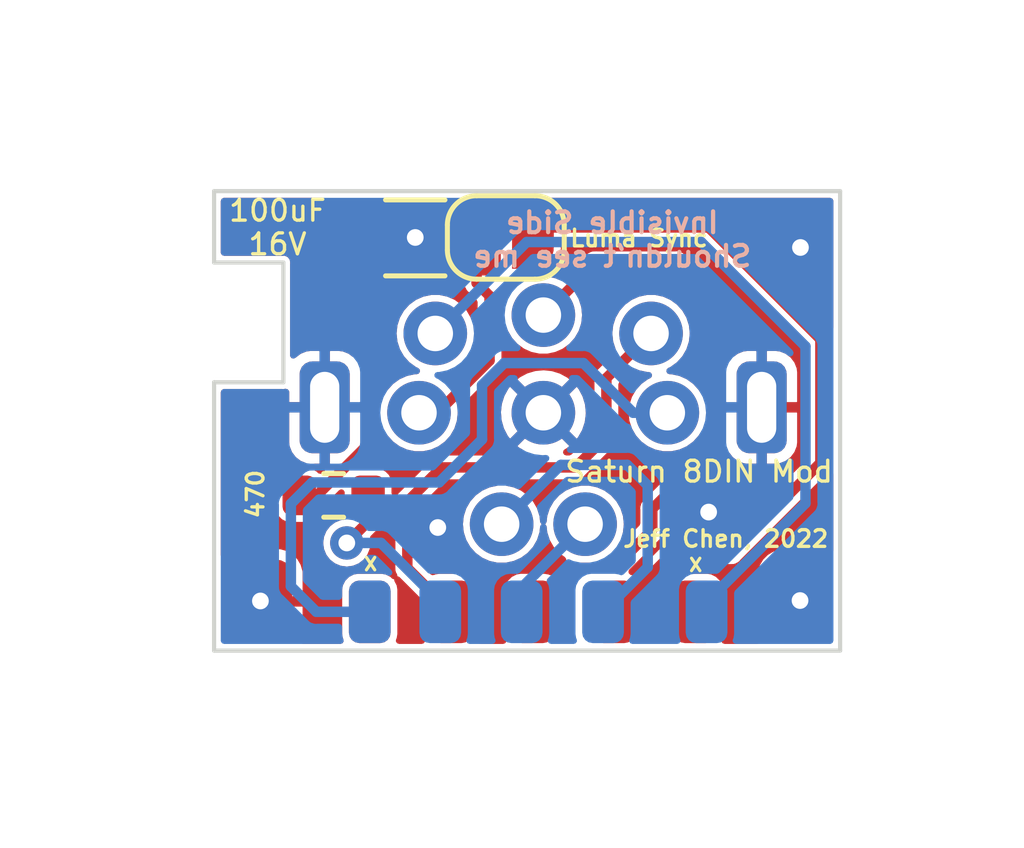
<source format=kicad_pcb>
(kicad_pcb (version 20211014) (generator pcbnew)
  (layers (0 "F.Cu" signal) (31 "B.Cu" signal) (34 "B.Paste" user) (35 "F.Paste" user) (36 "B.SilkS" user "B.Silkscreen") (37 "F.SilkS" user "F.Silkscreen") (38 "B.Mask" user) (39 "F.Mask" user) (44 "Edge.Cuts" user))
  (net 0 "")
  (net 1 "/CSync")
  (net 2 "/Sync_Decoupled")
  (net 3 "/Audio L")
  (net 4 "/Audio R")
  (net 5 "/+5V")
  (net 6 "/R")
  (net 8 "/Luma")
  (net 10 "/G")
  (net 11 "/B")
  (net 12 "GND")
  (net 13 "Net-(C1-Pad1)")
  (footprint "Saturn 8pin mini DIN mod:Saturn 10 pin" (layer "F.Cu") (at 148 100)
    (fp_text reference "P1" hide)
    (fp_text value "Saturn_10_pin_Footprint")
    (pad "1" smd roundrect (at -2.08 12.25) (size 1 1.5) (layers "B.Cu" "B.Paste" "B.Mask") (net 1 "/CSync"))
    (pad "2" smd roundrect (at -0.13 12.25) (size 1 1.5) (layers "B.Cu" "B.Paste" "B.Mask") (net 3 "/Audio L"))
    (pad "3" smd roundrect (at 1.82 12.25) (size 1 1.5) (layers "B.Cu" "B.Paste" "B.Mask") (net 4 "/Audio R"))
    (pad "4" smd roundrect (at -3.77 12.25) (size 1 1.5) (layers "B.Cu" "B.Paste" "B.Mask") (net 5 "/+5V"))
    (pad "5" smd roundrect (at -1.82 12.25) (size 1 1.5) (layers "F.Cu" "F.Paste" "F.Mask") (net 6 "/R"))
    (pad "6" smd roundrect (at 0.13 12.25) (size 1 1.5) (layers "F.Cu" "F.Paste" "F.Mask") (net 10 "/G"))
    (pad "7" smd roundrect (at 4.3 12.25) (size 1 1.5) (layers "B.Cu" "B.Paste" "B.Mask") (net 11 "/B"))
    (pad "8" smd roundrect (at -3.77 12.25) (size 1 1.5) (layers "F.Cu" "F.Paste" "F.Mask"))
    (pad "9" smd roundrect (at 2.08 12.25) (size 1 1.5) (layers "F.Cu" "F.Paste" "F.Mask") (net 8 "/Luma"))
    (pad "10" smd roundrect (at 4.03 12.25) (size 1 1.5) (layers "F.Cu" "F.Paste" "F.Mask"))
    (pad "11" smd roundrect (at -6.38 12) (size 1.5 2) (layers "F.Cu" "F.Paste" "F.Mask") (net 12 "GND"))
    (pad "11" smd roundrect (at 6.53 12.01) (size 1.5 2) (layers "F.Cu" "F.Paste" "F.Mask") (net 12 "GND"))
  )
  (footprint "Saturn 8pin mini DIN mod:8 pin mini DIN" (layer "F.Cu") (at 148.39 107.48)
    (fp_text reference "P2" hide)
    (fp_text value "8_pin_mini_DIN")
    (pad "1" thru_hole circle (at -1 2.67) (size 1.524 1.524) (drill 0.85) (layers *.Cu *.Mask) (net 4 "/Audio R"))
    (pad "2" thru_hole circle (at 1 2.67) (size 1.524 1.524) (drill 0.85) (layers *.Cu *.Mask) (net 3 "/Audio L"))
    (pad "3" thru_hole circle (at -2.98 0) (size 1.524 1.524) (drill 0.85) (layers *.Cu *.Mask) (net 2 "/Sync_Decoupled"))
    (pad "4" thru_hole roundrect (at -5.24 -0.13) (size 1.2 2.2) (drill oval 0.7 1.7) (layers *.Cu *.Mask) (net 12 "GND"))
    (pad "4" thru_hole roundrect (at 5.23 -0.13) (size 1.2 2.2) (drill oval 0.7 1.7) (layers *.Cu *.Mask) (net 12 "GND"))
    (pad "4" thru_hole circle (at 0 0) (size 1.524 1.524) (drill 0.85) (layers *.Cu *.Mask) (net 12 "GND"))
    (pad "5" thru_hole circle (at 2.97 0) (size 1.524 1.524) (drill 0.85) (layers *.Cu *.Mask) (net 5 "/+5V"))
    (pad "6" thru_hole circle (at -2.59 -1.9) (size 1.524 1.524) (drill 0.85) (layers *.Cu *.Mask) (net 11 "/B"))
    (pad "7" thru_hole circle (at 0 -2.34) (size 1.524 1.524) (drill 0.85) (layers *.Cu *.Mask) (net 10 "/G"))
    (pad "8" thru_hole circle (at 2.58 -1.9) (size 1.524 1.524) (drill 0.85) (layers *.Cu *.Mask) (net 6 "/R"))
  )
  (footprint "Capacitor_SMD:C_1206_3216Metric" (layer "F.Cu") (at 145.32 103.29)
    (fp_text reference "C1" hide)
    (fp_text value "100uF")
    (fp_line (start -0.711252 0.91) (end 0.711252 0.91) (layer "F.SilkS") (width 0.12))
    (fp_line (start -0.711252 -0.91) (end 0.711252 -0.91) (layer "F.SilkS") (width 0.12))
    (pad "1" smd roundrect (at -1.475 0) (size 1.15 1.8) (layers "F.Cu" "F.Paste" "F.Mask") (roundrect_rratio 0.217391) (net 13 "Net-(C1-Pad1)"))
    (pad "2" smd roundrect (at 1.475 0) (size 1.15 1.8) (layers "F.Cu" "F.Paste" "F.Mask") (roundrect_rratio 0.217391) (net 2 "/Sync_Decoupled"))
  )
  (footprint "Resistor_SMD:R_0603_1608Metric" (layer "F.Cu") (at 143.365 109.46 180)
    (fp_text reference "R1" hide)
    (fp_text value "470")
    (fp_line (start -0.237258 0.5225) (end 0.237258 0.5225) (layer "F.SilkS") (width 0.12))
    (fp_line (start -0.237258 -0.5225) (end 0.237258 -0.5225) (layer "F.SilkS") (width 0.12))
    (pad "1" smd roundrect (at -0.825 0 180) (size 0.8 0.95) (layers "F.Cu" "F.Paste" "F.Mask") (net 1 "/CSync"))
    (pad "2" smd roundrect (at 0.825 0 180) (size 0.8 0.95) (layers "F.Cu" "F.Paste" "F.Mask") (net 13 "Net-(C1-Pad1)"))
  )
  (footprint "Jumper:SolderJumper-2_P1.3mm_Open_RoundedPad1.0x1.5mm" (layer "F.Cu") (at 147.49 103.28 180)
    (fp_text reference "JP1" hide)
    (fp_text value "Luma Sync")
    (fp_line (start 1.4 -0.3) (end 1.4 0.3) (layer "F.SilkS") (width 0.12))
    (fp_line (start -0.7 -1) (end 0.7 -1) (layer "F.SilkS") (width 0.12))
    (fp_line (start -1.4 0.3) (end -1.4 -0.3) (layer "F.SilkS") (width 0.12))
    (fp_line (start 0.7 1) (end -0.7 1) (layer "F.SilkS") (width 0.12))
    (fp_arc (start 0.7 -1) (mid 1.194975 -0.794975) (end 1.4 -0.3) (layer "F.SilkS") (width 0.12))
    (fp_arc (start -1.4 -0.3) (mid -1.194975 -0.794975) (end -0.7 -1) (layer "F.SilkS") (width 0.12))
    (fp_arc (start 1.4 0.3) (mid 1.194975 0.794975) (end 0.7 1) (layer "F.SilkS") (width 0.12))
    (fp_arc (start -0.7 1) (mid -1.194975 0.794975) (end -1.4 0.3) (layer "F.SilkS") (width 0.12))
    (pad "1" smd custom (at -0.65 0 180) (size 1 0.5) (layers "F.Cu" "F.Mask") (net 8 "/Luma") (options (clearance outline) (anchor rect)) (primitives (gr_circle (center 0 0.25) (end 0.5 0.25) (width 0) (fill yes)) (gr_circle (center 0 -0.25) (end 0.5 -0.25) (width 0) (fill yes)) (gr_poly (pts (xy 0.5 0.75) (xy 0 0.75) (xy 0 -0.75) (xy 0.5 -0.75)) (width 0) (fill yes))))
    (pad "2" smd custom (at 0.65 0 180) (size 1 0.5) (layers "F.Cu" "F.Mask") (net 2 "/Sync_Decoupled") (options (clearance outline) (anchor rect)) (primitives (gr_circle (center 0 0.25) (end 0.5 0.25) (width 0) (fill yes)) (gr_circle (center 0 -0.25) (end 0.5 -0.25) (width 0) (fill yes)) (gr_poly (pts (xy 0 0.75) (xy -0.5 0.75) (xy -0.5 -0.75) (xy 0 -0.75)) (width 0) (fill yes))))
  )
  (gr_line (start 140.5 106.75) (end 142.16 106.75) (layer "Edge.Cuts") (width 0.1))
  (gr_line (start 142.16 106.75) (end 142.16 103.88) (layer "Edge.Cuts") (width 0.1))
  (gr_line (start 140.5 102.17) (end 155.5 102.17) (layer "Edge.Cuts") (width 0.1))
  (gr_line (start 142.16 103.88) (end 140.5 103.88) (layer "Edge.Cuts") (width 0.1))
  (gr_line (start 155.5 102.17) (end 155.5 113.18) (layer "Edge.Cuts") (width 0.1))
  (gr_line (start 155.5 113.18) (end 140.5 113.18) (layer "Edge.Cuts") (width 0.1))
  (gr_line (start 140.5 103.88) (end 140.5 102.17) (layer "Edge.Cuts") (width 0.1))
  (gr_line (start 140.5 113.18) (end 140.5 106.75) (layer "Edge.Cuts") (width 0.1))
  (gr_text "Invisible Side\nShouldn't see me" (at 150.04 103.33) (layer "B.SilkS") (effects (font (size 0.5 0.5) (thickness 0.1)) (justify mirror)))
  (gr_text "Luma Sync" (at 150.68 103.3) (layer "F.SilkS") (effects (font (size 0.4 0.4) (thickness 0.08))))
  (gr_text "X" (at 144.25 111.11) (layer "F.SilkS") (effects (font (size 0.3 0.3) (thickness 0.075))))
  (gr_text "470" (at 141.49 109.43 90) (layer "F.SilkS") (effects (font (size 0.4 0.4) (thickness 0.08))))
  (gr_text "Jeff Chen, 2022" (at 152.76 110.5) (layer "F.SilkS") (effects (font (size 0.4 0.4) (thickness 0.08))))
  (gr_text "100uF\n16V" (at 142.02 103.04) (layer "F.SilkS") (effects (font (size 0.5 0.5) (thickness 0.08))))
  (gr_text "X" (at 152.04 111.13) (layer "F.SilkS") (effects (font (size 0.3 0.3) (thickness 0.075))))
  (gr_text "Saturn 8DIN Mod" (at 152.12 108.89) (layer "F.SilkS") (effects (font (size 0.5 0.5) (thickness 0.08))))
  (segment (start 143.68 110.6) (end 144.19 110.09) (width 0.25) (layer "F.Cu") (net 1))
  (segment (start 144.19 110.09) (end 144.19 109.46) (width 0.25) (layer "F.Cu") (net 1))
  (via (at 143.68 110.6) (size 0.8) (drill 0.4) (layers "F.Cu" "B.Cu") (net 1))
  (segment (start 144.5 110.6) (end 145.92 112.02) (width 0.25) (layer "B.Cu") (net 1))
  (segment (start 145.92 112.02) (end 145.92 112.25) (width 0.25) (layer "B.Cu") (net 1))
  (segment (start 143.68 110.6) (end 144.5 110.6) (width 0.25) (layer "B.Cu") (net 1))
  (segment (start 147.1 104.68) (end 147.1 106.23) (width 0.25) (layer "F.Cu") (net 2))
  (segment (start 147.1 106.23) (end 145.85 107.48) (width 0.25) (layer "F.Cu") (net 2))
  (segment (start 146.79 104.37) (end 147.1 104.68) (width 0.25) (layer "F.Cu") (net 2))
  (segment (start 145.85 107.48) (end 145.41 107.48) (width 0.25) (layer "F.Cu") (net 2))
  (segment (start 146.79 103.29) (end 146.79 104.37) (width 0.25) (layer "F.Cu") (net 2))
  (segment (start 147.87 111.67) (end 147.87 112.25) (width 0.25) (layer "B.Cu") (net 3))
  (segment (start 149.39 110.15) (end 147.87 111.67) (width 0.25) (layer "B.Cu") (net 3))
  (segment (start 148.81 108.73) (end 150.4 108.73) (width 0.25) (layer "B.Cu") (net 4))
  (segment (start 150.4 108.73) (end 150.89 109.22) (width 0.25) (layer "B.Cu") (net 4))
  (segment (start 150.89 109.22) (end 150.89 111.18) (width 0.25) (layer "B.Cu") (net 4))
  (segment (start 147.39 110.15) (end 148.81 108.73) (width 0.25) (layer "B.Cu") (net 4))
  (segment (start 150.89 111.18) (end 149.82 112.25) (width 0.25) (layer "B.Cu") (net 4))
  (segment (start 150.54 107.48) (end 151.36 107.48) (width 0.25) (layer "B.Cu") (net 5))
  (segment (start 142.85 109.15) (end 145.89 109.15) (width 0.25) (layer "B.Cu") (net 5))
  (segment (start 146.92 106.82) (end 147.45 106.29) (width 0.25) (layer "B.Cu") (net 5))
  (segment (start 146.92 108.12) (end 146.92 106.82) (width 0.25) (layer "B.Cu") (net 5))
  (segment (start 142.34 109.66) (end 142.85 109.15) (width 0.25) (layer "B.Cu") (net 5))
  (segment (start 142.95 112.25) (end 142.34 111.64) (width 0.25) (layer "B.Cu") (net 5))
  (segment (start 142.34 111.64) (end 142.34 109.66) (width 0.25) (layer "B.Cu") (net 5))
  (segment (start 144.23 112.25) (end 142.95 112.25) (width 0.25) (layer "B.Cu") (net 5))
  (segment (start 145.89 109.15) (end 146.92 108.12) (width 0.25) (layer "B.Cu") (net 5))
  (segment (start 149.35 106.29) (end 150.54 107.48) (width 0.25) (layer "B.Cu") (net 5))
  (segment (start 147.45 106.29) (end 149.35 106.29) (width 0.25) (layer "B.Cu") (net 5))
  (segment (start 145.95 108.79) (end 149.16 108.79) (width 0.25) (layer "F.Cu") (net 6))
  (segment (start 149.9 108.05) (end 149.9 106.65) (width 0.25) (layer "F.Cu") (net 6))
  (segment (start 146.18 112.25) (end 145.13 111.2) (width 0.25) (layer "F.Cu") (net 6))
  (segment (start 149.16 108.79) (end 149.9 108.05) (width 0.25) (layer "F.Cu") (net 6))
  (segment (start 149.9 106.65) (end 150.97 105.58) (width 0.25) (layer "F.Cu") (net 6))
  (segment (start 145.13 111.2) (end 145.13 109.61) (width 0.25) (layer "F.Cu") (net 6))
  (segment (start 145.13 109.61) (end 145.95 108.79) (width 0.25) (layer "F.Cu") (net 6))
  (segment (start 152.89 110.82) (end 155.027338 108.682662) (width 0.25) (layer "F.Cu") (net 8))
  (segment (start 155.027338 105.717338) (end 152.35 103.04) (width 0.25) (layer "F.Cu") (net 8))
  (segment (start 150.08 112.25) (end 151.51 110.82) (width 0.25) (layer "F.Cu") (net 8))
  (segment (start 152.35 103.04) (end 148.15 103.04) (width 0.25) (layer "F.Cu") (net 8))
  (segment (start 151.51 110.82) (end 152.89 110.82) (width 0.25) (layer "F.Cu") (net 8))
  (segment (start 155.027338 108.682662) (end 155.027338 105.717338) (width 0.25) (layer "F.Cu") (net 8))
  (segment (start 150.083489 111.196511) (end 151 110.28) (width 0.25) (layer "F.Cu") (net 10))
  (segment (start 152.56 108.221954) (end 152.56 104.89) (width 0.25) (layer "F.Cu") (net 10))
  (segment (start 149.183489 111.196511) (end 150.083489 111.196511) (width 0.25) (layer "F.Cu") (net 10))
  (segment (start 148.13 112.25) (end 149.183489 111.196511) (width 0.25) (layer "F.Cu") (net 10))
  (segment (start 149.63 103.9) (end 148.39 105.14) (width 0.25) (layer "F.Cu") (net 10))
  (segment (start 151 110.28) (end 151 109.781954) (width 0.25) (layer "F.Cu") (net 10))
  (segment (start 151 109.781954) (end 152.56 108.221954) (width 0.25) (layer "F.Cu") (net 10))
  (segment (start 151.57 103.9) (end 149.63 103.9) (width 0.25) (layer "F.Cu") (net 10))
  (segment (start 152.56 104.89) (end 151.57 103.9) (width 0.25) (layer "F.Cu") (net 10))
  (segment (start 147.99 103.39) (end 145.8 105.58) (width 0.25) (layer "B.Cu") (net 11))
  (segment (start 152.3 112.02) (end 154.67 109.65) (width 0.25) (layer "B.Cu") (net 11))
  (segment (start 152.3 112.25) (end 152.3 112.02) (width 0.25) (layer "B.Cu") (net 11))
  (segment (start 154.67 105.89) (end 152.17 103.39) (width 0.25) (layer "B.Cu") (net 11))
  (segment (start 154.67 109.65) (end 154.67 105.89) (width 0.25) (layer "B.Cu") (net 11))
  (segment (start 152.17 103.39) (end 147.99 103.39) (width 0.25) (layer "B.Cu") (net 11))
  (via (at 154.55 103.52) (size 0.8) (drill 0.4) (layers "F.Cu" "B.Cu") (net 12))
  (via (at 141.61 111.99) (size 0.8) (drill 0.4) (layers "F.Cu" "B.Cu") (net 12))
  (via (at 152.35 109.86) (size 0.8) (drill 0.4) (layers "F.Cu" "B.Cu") (net 12))
  (via (at 154.54 111.98) (size 0.8) (drill 0.4) (layers "F.Cu" "B.Cu") (net 12))
  (via (at 145.86 110.23) (size 0.8) (drill 0.4) (layers "F.Cu" "B.Cu") (net 12))
  (via (at 145.32 103.28) (size 0.8) (drill 0.4) (layers "F.Cu" "B.Cu") (net 12))
  (segment (start 144.22 108.206636) (end 144.22 103.67) (width 0.25) (layer "F.Cu") (net 13))
  (segment (start 142.966636 109.46) (end 144.22 108.206636) (width 0.25) (layer "F.Cu") (net 13))
  (segment (start 142.559786 109.46) (end 142.966636 109.46) (width 0.25) (layer "F.Cu") (net 13))
  (segment (start 144.22 103.67) (end 143.84 103.29) (width 0.25) (layer "F.Cu") (net 13))
  (zone (net 12) (net_name "GND") (layers F&B.Cu) (connect_pads (clearance 0.16)) (min_thickness 0.16) (fill yes (thermal_gap 0.25) (thermal_bridge_width 0.25))
    (polygon (pts (xy 159.93 117.91) (xy 135.37 117.91) (xy 135.37 97.59) (xy 159.93 97.59)))
  )
)
</source>
